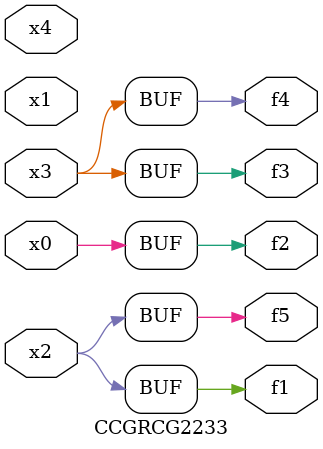
<source format=v>
module CCGRCG2233(
	input x0, x1, x2, x3, x4,
	output f1, f2, f3, f4, f5
);
	assign f1 = x2;
	assign f2 = x0;
	assign f3 = x3;
	assign f4 = x3;
	assign f5 = x2;
endmodule

</source>
